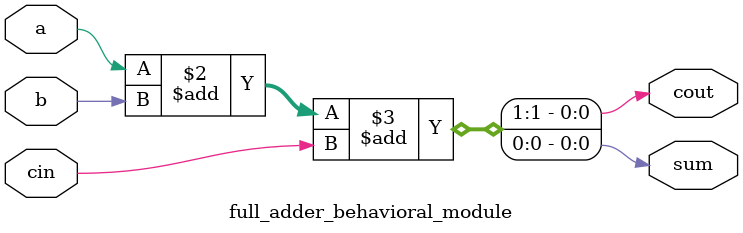
<source format=v>
module ADD (

	input [31:0] a, b,
	output [31:0] out

	);

	wire [30:0] cw; //for carry 
	full_adder_behavioral_module FA0(.a(a[0]), .b(b[0]), .cin(1'b0), .sum(out[0]), .cout(cw[0]));
	full_adder_behavioral_module FA1(.a(a[1]), .b(b[1]), .cin(cw[0]), .sum(out[1]), .cout(cw[1]));
	full_adder_behavioral_module FA2(.a(a[2]), .b(b[2]), .cin(cw[1]), .sum(out[2]), .cout(cw[2]));
	full_adder_behavioral_module FA3(.a(a[3]), .b(b[3]), .cin(cw[2]), .sum(out[3]), .cout(cw[3]));
	full_adder_behavioral_module FA4(.a(a[4]), .b(b[4]), .cin(cw[3]), .sum(out[4]), .cout(cw[4]));
	full_adder_behavioral_module FA5(.a(a[5]), .b(b[5]), .cin(cw[4]), .sum(out[5]), .cout(cw[5]));
	full_adder_behavioral_module FA6(.a(a[6]), .b(b[6]), .cin(cw[5]), .sum(out[6]), .cout(cw[6]));
	full_adder_behavioral_module FA7(.a(a[7]), .b(b[7]), .cin(cw[6]), .sum(out[7]), .cout(cw[7]));
	full_adder_behavioral_module FA8(.a(a[8]), .b(b[8]), .cin(cw[7]), .sum(out[8]), .cout(cw[8]));
	full_adder_behavioral_module FA9(.a(a[9]), .b(b[9]), .cin(cw[8]), .sum(out[9]), .cout(cw[9]));
	full_adder_behavioral_module FA10(.a(a[10]), .b(b[10]), .cin(cw[9]), .sum(out[10]), .cout(cw[10]));
	full_adder_behavioral_module FA11(.a(a[11]), .b(b[11]), .cin(cw[10]), .sum(out[11]), .cout(cw[11]));
	full_adder_behavioral_module FA12(.a(a[12]), .b(b[12]), .cin(cw[11]), .sum(out[12]), .cout(cw[12]));
	full_adder_behavioral_module FA13(.a(a[13]), .b(b[13]), .cin(cw[12]), .sum(out[13]), .cout(cw[13]));
	full_adder_behavioral_module FA14(.a(a[14]), .b(b[14]), .cin(cw[13]), .sum(out[14]), .cout(cw[14]));
	full_adder_behavioral_module FA15(.a(a[15]), .b(b[15]), .cin(cw[14]), .sum(out[15]), .cout(cw[15]));
	full_adder_behavioral_module FA16(.a(a[16]), .b(b[16]), .cin(cw[15]), .sum(out[16]), .cout(cw[16]));
	full_adder_behavioral_module FA17(.a(a[17]), .b(b[17]), .cin(cw[16]), .sum(out[17]), .cout(cw[17]));
	full_adder_behavioral_module FA18(.a(a[18]), .b(b[18]), .cin(cw[17]), .sum(out[18]), .cout(cw[18]));
	full_adder_behavioral_module FA19(.a(a[19]), .b(b[19]), .cin(cw[18]), .sum(out[19]), .cout(cw[19]));
	full_adder_behavioral_module FA20(.a(a[20]), .b(b[20]), .cin(cw[19]), .sum(out[20]), .cout(cw[20]));
	full_adder_behavioral_module FA21(.a(a[21]), .b(b[21]), .cin(cw[20]), .sum(out[21]), .cout(cw[21]));
	full_adder_behavioral_module FA22(.a(a[22]), .b(b[22]), .cin(cw[21]), .sum(out[22]), .cout(cw[22]));
	full_adder_behavioral_module FA23(.a(a[23]), .b(b[23]), .cin(cw[22]), .sum(out[23]), .cout(cw[23]));
	full_adder_behavioral_module FA24(.a(a[24]), .b(b[24]), .cin(cw[23]), .sum(out[24]), .cout(cw[24]));
	full_adder_behavioral_module FA25(.a(a[25]), .b(b[25]), .cin(cw[24]), .sum(out[25]), .cout(cw[25]));
	full_adder_behavioral_module FA26(.a(a[26]), .b(b[26]), .cin(cw[25]), .sum(out[26]), .cout(cw[26]));
	full_adder_behavioral_module FA27(.a(a[27]), .b(b[27]), .cin(cw[26]), .sum(out[27]), .cout(cw[27]));
	full_adder_behavioral_module FA28(.a(a[28]), .b(b[28]), .cin(cw[27]), .sum(out[28]), .cout(cw[28]));
	full_adder_behavioral_module FA29(.a(a[29]), .b(b[29]), .cin(cw[28]), .sum(out[29]), .cout(cw[29]));
	full_adder_behavioral_module FA30(.a(a[30]), .b(b[30]), .cin(cw[29]), .sum(out[30]), .cout(cw[30]));
	full_adder_behavioral_module FA31(.a(a[31]), .b(b[31]), .cin(cw[30]), .sum(out[31]), .cout(cout));

endmodule

module full_adder_behavioral_module (
	input a, b, cin,
	output reg sum, cout
	);

	always@(a or b or cin)
	begin
		{cout, sum} <= a + b + cin;
	end

endmodule

</source>
